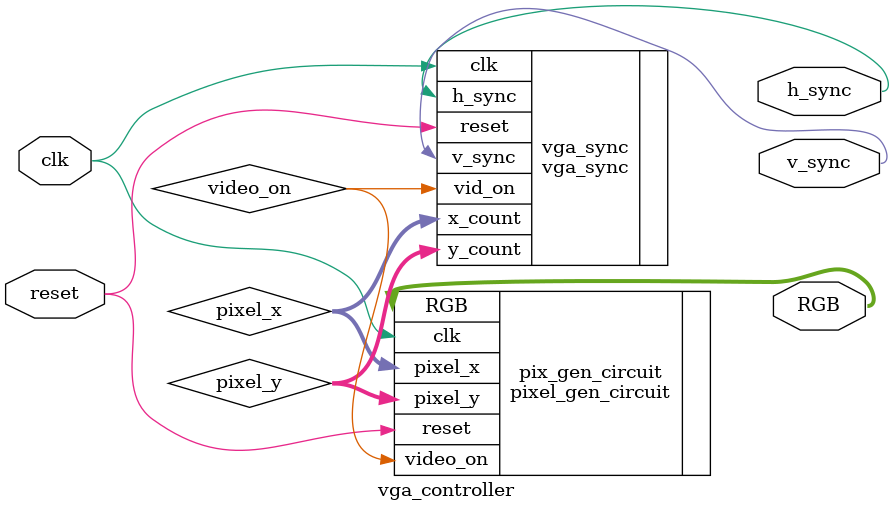
<source format=v>
`timescale 1ns / 1ps


module vga_controller(clk, reset, h_sync, v_sync, RGB);

	input             clk, reset;
	output wire        h_sync, v_sync;
	output wire [11:0] RGB;
	wire              video_on;
	wire        [9:0] pixel_x, pixel_y;
	
	vga_sync vga_sync(.clk(clk), .reset(reset), .x_count(pixel_x),
	                  .y_count(pixel_y), .vid_on(video_on),
							.h_sync(h_sync), .v_sync(v_sync));
							
	pixel_gen_circuit pix_gen_circuit(.clk(clk), .reset(reset), 
	                                  .pixel_x(pixel_x), .pixel_y(pixel_y),
												 .video_on(video_on), .RGB(RGB));

endmodule

</source>
